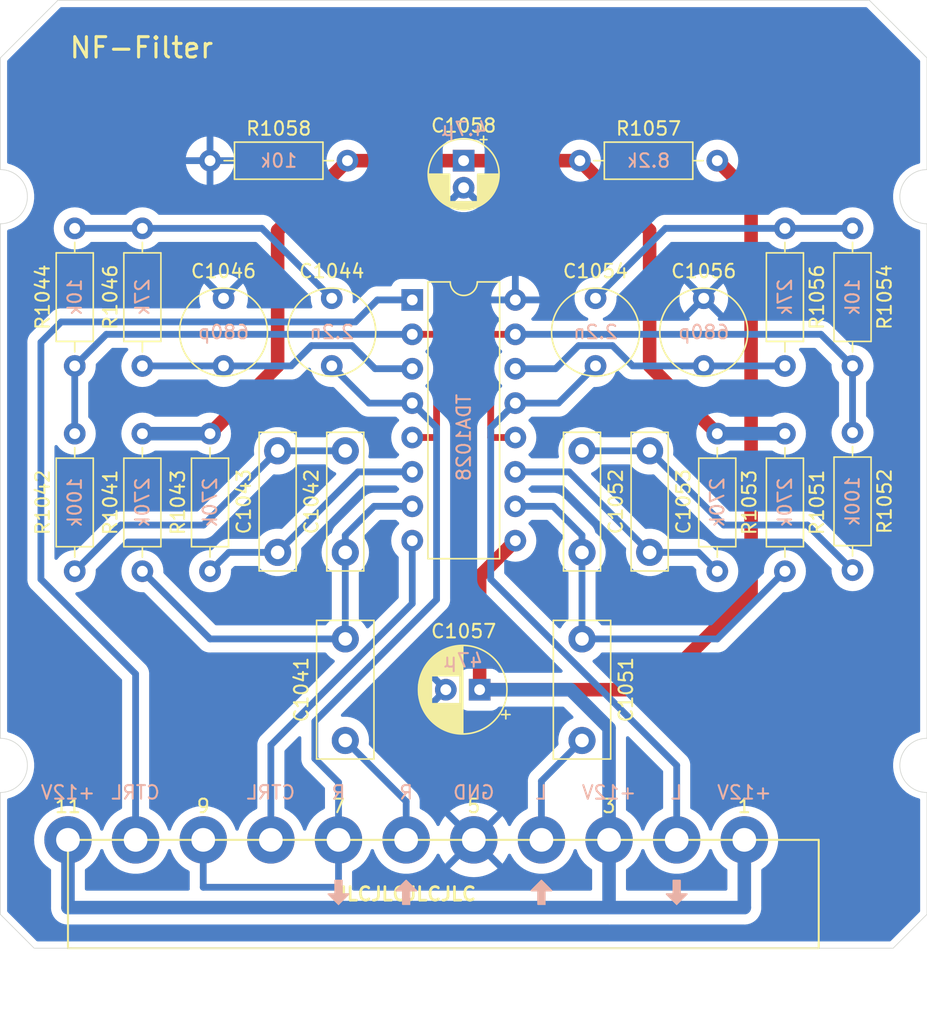
<source format=kicad_pcb>
(kicad_pcb (version 20221018) (generator pcbnew)
  (layers (0 "F.Cu" signal) (31 "B.Cu" signal) (34 "B.Paste" user) (35 "F.Paste" user) (36 "B.SilkS" user "B.Silkscreen") (37 "F.SilkS" user "F.Silkscreen") (38 "B.Mask" user) (39 "F.Mask" user) (44 "Edge.Cuts" user))
  (net 0 "")
  (net 1 "+12V")
  (net 2 "L-OUT")
  (net 3 "L-IN")
  (net 4 "GND")
  (net 5 "R-IN")
  (net 6 "R-OUT")
  (net 7 "SW-III{slash}IV")
  (net 8 "SW-I{slash}II")
  (net 9 "I-2")
  (net 10 "II-2")
  (net 11 "II-1")
  (net 12 "I-1")
  (net 13 "III-2")
  (net 14 "III-1")
  (net 15 "IV-1")
  (net 16 "IV-2")
  (net 17 "Net-(C1042-Pad1)")
  (net 18 "Net-(C1044-Pad2)")
  (net 19 "Net-(C1052-Pad1)")
  (net 20 "Net-(C1054-Pad2)")
  (net 21 "Net-(C1058-Pad1)")
  (footprint "NF-Filter-Modul:Connector_01x11_5mm" (layer "F.Cu") (at 80.75 87)
    (fp_text reference "J1" hide)
    (fp_text value "Conn_01x13")
    (fp_text user "7" (at -30 -2.5) (layer "F.SilkS"))
    (fp_text user "1" (at 0 -2.5) (layer "F.SilkS"))
    (fp_text user "11" (at -50 -2.5) (layer "F.SilkS"))
    (pad "1" thru_hole circle (at 0 0 180) (size 3.5 3.5) (drill 1.75) (layers "B.Cu" "B.Mask") (net 1 "+12V"))
    (pad "2" thru_hole circle (at -5 0 180) (size 3.5 3.5) (drill 1.75) (layers "B.Cu" "B.Mask") (net 2 "L-OUT"))
    (pad "3" thru_hole circle (at -10 0 180) (size 3.5 3.5) (drill 1.75) (layers "B.Cu" "B.Mask") (net 1 "+12V"))
    (pad "4" thru_hole circle (at -15 0 180) (size 3.5 3.5) (drill 1.75) (layers "B.Cu" "B.Mask") (net 3 "L-IN"))
    (pad "5" thru_hole circle (at -20 0 180) (size 3.5 3.5) (drill 1.75) (layers "B.Cu" "B.Mask") (net 4 "GND"))
    (pad "6" thru_hole circle (at -25 0 180) (size 3.5 3.5) (drill 1.75) (layers "B.Cu" "B.Mask") (net 5 "R-IN"))
    (pad "7" thru_hole circle (at -30 0 180) (size 3.5 3.5) (drill 1.75) (layers "B.Cu" "B.Mask") (net 6 "R-OUT"))
    (pad "8" thru_hole circle (at -35 0 180) (size 3.5 3.5) (drill 1.75) (layers "B.Cu" "B.Mask") (net 7 "SW-III{slash}IV"))
    (pad "9" thru_hole circle (at -40 0 180) (size 3.5 3.5) (drill 1.75) (layers "B.Cu" "B.Mask") (net 6 "R-OUT"))
    (pad "10" thru_hole circle (at -45 0 180) (size 3.5 3.5) (drill 1.75) (layers "B.Cu" "B.Mask") (net 8 "SW-I{slash}II"))
    (pad "11" thru_hole circle (at -50 0 180) (size 3.5 3.5) (drill 1.75) (layers "B.Cu" "B.Mask") (net 1 "+12V"))
  )
  (footprint "NF-Filter-Modul:C_RAD_6.5mm_5mm" (layer "F.Cu") (at 42.25 49.5 90)
    (fp_text reference "C1046" (at 4.5 0 unlocked) (layer "F.SilkS"))
    (fp_text value "680p" (at 0 0 unlocked) (layer "B.SilkS") (effects (justify mirror)))
    (pad "1" thru_hole circle (at -2.5 0 90) (size 1.6 1.6) (drill 0.8) (layers "*.Cu" "*.Mask") (net 9 "I-2"))
    (pad "2" thru_hole circle (at 2.5 0 90) (size 1.6 1.6) (drill 0.8) (layers "*.Cu" "*.Mask") (net 4 "GND"))
  )
  (footprint "Capacitor_THT:C_Rect_L10.0mm_W2.5mm_P7.50mm_MKS4" (layer "F.Cu") (at 46.25 65.77 90)
    (fp_text reference "C1043" (at 3.75 -2.5 90) (layer "F.SilkS"))
    (fp_text value "15n")
    (pad "1" thru_hole circle (at 0 0 90) (size 2 2) (drill 1) (layers "*.Cu" "*.Mask") (net 13 "III-2"))
    (pad "2" thru_hole circle (at 7.5 0 90) (size 2 2) (drill 1) (layers "*.Cu" "*.Mask") (net 17 "Net-(C1042-Pad1)"))
  )
  (footprint "NF-Filter-Modul:C_RAD_6.5mm_5mm" (layer "F.Cu") (at 69.75 49.5 90)
    (fp_text reference "C1054" (at 4.5 0 unlocked) (layer "F.SilkS"))
    (fp_text value "2.2n" (at 0 0 unlocked) (layer "B.SilkS") (effects (justify mirror)))
    (pad "1" thru_hole circle (at -2.5 0 90) (size 1.6 1.6) (drill 0.8) (layers "*.Cu" "*.Mask") (net 2 "L-OUT"))
    (pad "2" thru_hole circle (at 2.5 0 90) (size 1.6 1.6) (drill 0.8) (layers "*.Cu" "*.Mask") (net 20 "Net-(C1054-Pad2)"))
  )
  (footprint "Capacitor_THT:C_Rect_L10.0mm_W2.5mm_P7.50mm_MKS4" (layer "F.Cu") (at 51.25 58.27 -90)
    (fp_text reference "C1042" (at 3.75 2.5 -90) (layer "F.SilkS"))
    (fp_text value "15n")
    (pad "1" thru_hole circle (at 0 0 270) (size 2 2) (drill 1) (layers "*.Cu" "*.Mask") (net 17 "Net-(C1042-Pad1)"))
    (pad "2" thru_hole circle (at 7.5 0 270) (size 2 2) (drill 1) (layers "*.Cu" "*.Mask") (net 14 "III-1"))
  )
  (footprint "Capacitor_THT:CP_Radial_D6.3mm_P2.50mm" (layer "F.Cu") (at 61.18238 75.91 180)
    (fp_text reference "C1057" (at 1.18238 4.31762) (layer "F.SilkS"))
    (fp_text value "47µ" (at 1.25 2.16) (layer "B.SilkS") (effects (justify mirror)))
    (pad "1" thru_hole rect (at 0 0 180) (size 1.6 1.6) (drill 0.8) (layers "*.Cu" "*.Mask") (net 1 "+12V"))
    (pad "2" thru_hole circle (at 2.5 0 180) (size 1.6 1.6) (drill 0.8) (layers "*.Cu" "*.Mask") (net 4 "GND"))
  )
  (footprint "Resistor_THT:R_Axial_DIN0207_L6.3mm_D2.5mm_P10.16mm_Horizontal" (layer "F.Cu") (at 83.75 41.84 -90)
    (fp_text reference "R1056" (at 5.08 -2.37 90) (layer "F.SilkS"))
    (fp_text value "27k" (at 5.08 0 90) (layer "B.SilkS") (effects (justify mirror)))
    (pad "1" thru_hole circle (at 0 0 270) (size 1.6 1.6) (drill 0.8) (layers "*.Cu" "*.Mask") (net 20 "Net-(C1054-Pad2)"))
    (pad "2" thru_hole oval (at 10.16 0 270) (size 1.6 1.6) (drill 0.8) (layers "*.Cu" "*.Mask") (net 10 "II-2"))
  )
  (footprint "Resistor_THT:R_Axial_DIN0207_L6.3mm_D2.5mm_P10.16mm_Horizontal" (layer "F.Cu") (at 78.75 36.84 180)
    (fp_text reference "R1057" (at 5.08 2.37) (layer "F.SilkS"))
    (fp_text value "8.2k" (at 5.08 0) (layer "B.SilkS") (effects (justify mirror)))
    (pad "1" thru_hole circle (at 0 0 180) (size 1.6 1.6) (drill 0.8) (layers "*.Cu" "*.Mask") (net 1 "+12V"))
    (pad "2" thru_hole oval (at 10.16 0 180) (size 1.6 1.6) (drill 0.8) (layers "*.Cu" "*.Mask") (net 21 "Net-(C1058-Pad1)"))
  )
  (footprint "NF-Filter-Modul:C_RAD_6.5mm_5mm" (layer "F.Cu") (at 50.25 49.5 90)
    (fp_text reference "C1044" (at 4.5 0 unlocked) (layer "F.SilkS"))
    (fp_text value "2.2n" (at 0 0 unlocked) (layer "B.SilkS") (effects (justify mirror)))
    (pad "1" thru_hole circle (at -2.5 0 90) (size 1.6 1.6) (drill 0.8) (layers "*.Cu" "*.Mask") (net 6 "R-OUT"))
    (pad "2" thru_hole circle (at 2.5 0 90) (size 1.6 1.6) (drill 0.8) (layers "*.Cu" "*.Mask") (net 18 "Net-(C1044-Pad2)"))
  )
  (footprint "Resistor_THT:R_Axial_DIN0207_L6.3mm_D2.5mm_P10.16mm_Horizontal" (layer "F.Cu") (at 78.75 57 -90)
    (fp_text reference "R1053" (at 5.08 -2.37 90) (layer "F.SilkS"))
    (fp_text value "270k" (at 5.08 0 90) (layer "B.SilkS") (effects (justify mirror)))
    (pad "1" thru_hole circle (at 0 0 270) (size 1.6 1.6) (drill 0.8) (layers "*.Cu" "*.Mask") (net 21 "Net-(C1058-Pad1)"))
    (pad "2" thru_hole oval (at 10.16 0 270) (size 1.6 1.6) (drill 0.8) (layers "*.Cu" "*.Mask") (net 16 "IV-2"))
  )
  (footprint "NF-Filter-Modul:C_RAD_6.5mm_5mm" (layer "F.Cu") (at 77.75 49.5 90)
    (fp_text reference "C1056" (at 4.5 0 unlocked) (layer "F.SilkS"))
    (fp_text value "680p" (at 0 0 unlocked) (layer "B.SilkS") (effects (justify mirror)))
    (pad "1" thru_hole circle (at -2.5 0 90) (size 1.6 1.6) (drill 0.8) (layers "*.Cu" "*.Mask") (net 10 "II-2"))
    (pad "2" thru_hole circle (at 2.5 0 90) (size 1.6 1.6) (drill 0.8) (layers "*.Cu" "*.Mask") (net 4 "GND"))
  )
  (footprint "Resistor_THT:R_Axial_DIN0207_L6.3mm_D2.5mm_P10.16mm_Horizontal" (layer "F.Cu") (at 31.25 52 90)
    (fp_text reference "R1044" (at 5.08 -2.37 90) (layer "F.SilkS"))
    (fp_text value "10k" (at 5.08 0 90) (layer "B.SilkS") (effects (justify mirror)))
    (pad "1" thru_hole circle (at 0 0 90) (size 1.6 1.6) (drill 0.8) (layers "*.Cu" "*.Mask") (net 12 "I-1"))
    (pad "2" thru_hole oval (at 10.16 0 90) (size 1.6 1.6) (drill 0.8) (layers "*.Cu" "*.Mask") (net 18 "Net-(C1044-Pad2)"))
  )
  (footprint "Resistor_THT:R_Axial_DIN0207_L6.3mm_D2.5mm_P10.16mm_Horizontal" (layer "F.Cu") (at 51.41 36.84 180)
    (fp_text reference "R1058" (at 5.08 2.37) (layer "F.SilkS"))
    (fp_text value "10k" (at 5.08 0) (layer "B.SilkS") (effects (justify mirror)))
    (pad "1" thru_hole circle (at 0 0 180) (size 1.6 1.6) (drill 0.8) (layers "*.Cu" "*.Mask") (net 21 "Net-(C1058-Pad1)"))
    (pad "2" thru_hole oval (at 10.16 0 180) (size 1.6 1.6) (drill 0.8) (layers "*.Cu" "*.Mask") (net 4 "GND"))
  )
  (footprint "Capacitor_THT:C_Rect_L10.0mm_W2.5mm_P7.50mm_MKS4" (layer "F.Cu") (at 73.75 65.77 90)
    (fp_text reference "C1053" (at 3.75 2.5 90) (layer "F.SilkS"))
    (fp_text value "15n")
    (pad "1" thru_hole circle (at 0 0 90) (size 2 2) (drill 1) (layers "*.Cu" "*.Mask") (net 16 "IV-2"))
    (pad "2" thru_hole circle (at 7.5 0 90) (size 2 2) (drill 1) (layers "*.Cu" "*.Mask") (net 19 "Net-(C1052-Pad1)"))
  )
  (footprint "Package_DIP:DIP-16_W7.62mm" (layer "F.Cu") (at 56.2 47.125)
    (fp_text reference "U1041" hide)
    (fp_text value "TDA1028" (at 3.81 10.16 90) (layer "B.SilkS") (effects (justify mirror)))
    (pad "1" thru_hole rect (at 0 0) (size 1.6 1.6) (drill 0.8) (layers "*.Cu" "*.Mask") (net 8 "SW-I{slash}II"))
    (pad "2" thru_hole oval (at 0 2.54) (size 1.6 1.6) (drill 0.8) (layers "*.Cu" "*.Mask") (net 12 "I-1"))
    (pad "3" thru_hole oval (at 0 5.08) (size 1.6 1.6) (drill 0.8) (layers "*.Cu" "*.Mask") (net 9 "I-2"))
    (pad "4" thru_hole oval (at 0 7.62) (size 1.6 1.6) (drill 0.8) (layers "*.Cu" "*.Mask") (net 6 "R-OUT"))
    (pad "5" thru_hole oval (at 0 10.16) (size 1.6 1.6) (drill 0.8) (layers "*.Cu" "*.Mask") (net 12 "I-1"))
    (pad "6" thru_hole oval (at 0 12.7) (size 1.6 1.6) (drill 0.8) (layers "*.Cu" "*.Mask") (net 13 "III-2"))
    (pad "7" thru_hole oval (at 0 15.24) (size 1.6 1.6) (drill 0.8) (layers "*.Cu" "*.Mask") (net 14 "III-1"))
    (pad "8" thru_hole oval (at 0 17.78) (size 1.6 1.6) (drill 0.8) (layers "*.Cu" "*.Mask") (net 7 "SW-III{slash}IV"))
    (pad "9" thru_hole oval (at 7.62 17.78) (size 1.6 1.6) (drill 0.8) (layers "*.Cu" "*.Mask") (net 1 "+12V"))
    (pad "10" thru_hole oval (at 7.62 15.24) (size 1.6 1.6) (drill 0.8) (layers "*.Cu" "*.Mask") (net 15 "IV-1"))
    (pad "11" thru_hole oval (at 7.62 12.7) (size 1.6 1.6) (drill 0.8) (layers "*.Cu" "*.Mask") (net 16 "IV-2"))
    (pad "12" thru_hole oval (at 7.62 10.16) (size 1.6 1.6) (drill 0.8) (layers "*.Cu" "*.Mask") (net 11 "II-1"))
    (pad "13" thru_hole oval (at 7.62 7.62) (size 1.6 1.6) (drill 0.8) (layers "*.Cu" "*.Mask") (net 2 "L-OUT"))
    (pad "14" thru_hole oval (at 7.62 5.08) (size 1.6 1.6) (drill 0.8) (layers "*.Cu" "*.Mask") (net 10 "II-2"))
    (pad "15" thru_hole oval (at 7.62 2.54) (size 1.6 1.6) (drill 0.8) (layers "*.Cu" "*.Mask") (net 11 "II-1"))
    (pad "16" thru_hole oval (at 7.62 0) (size 1.6 1.6) (drill 0.8) (layers "*.Cu" "*.Mask") (net 4 "GND"))
  )
  (footprint "Capacitor_THT:C_Rect_L10.0mm_W2.5mm_P7.50mm_MKS4" (layer "F.Cu") (at 68.75 58.27 -90)
    (fp_text reference "C1052" (at 3.75 -2.5 -90) (layer "F.SilkS"))
    (fp_text value "15n")
    (pad "1" thru_hole circle (at 0 0 270) (size 2 2) (drill 1) (layers "*.Cu" "*.Mask") (net 19 "Net-(C1052-Pad1)"))
    (pad "2" thru_hole circle (at 7.5 0 270) (size 2 2) (drill 1) (layers "*.Cu" "*.Mask") (net 15 "IV-1"))
  )
  (footprint "Resistor_THT:R_Axial_DIN0207_L6.3mm_D2.5mm_P10.16mm_Horizontal" (layer "F.Cu") (at 41.25 57 -90)
    (fp_text reference "R1043" (at 5.08 2.37 90) (layer "F.SilkS"))
    (fp_text value "270k" (at 5.08 0 90) (layer "B.SilkS") (effects (justify mirror)))
    (pad "1" thru_hole circle (at 0 0 270) (size 1.6 1.6) (drill 0.8) (layers "*.Cu" "*.Mask") (net 21 "Net-(C1058-Pad1)"))
    (pad "2" thru_hole oval (at 10.16 0 270) (size 1.6 1.6) (drill 0.8) (layers "*.Cu" "*.Mask") (net 13 "III-2"))
  )
  (footprint "Capacitor_THT:C_Rect_L10.0mm_W4.0mm_P7.50mm_MKS4" (layer "F.Cu") (at 68.75 72.16 -90)
    (fp_text reference "C1051" (at 3.75 -3.25 -90) (layer "F.SilkS"))
    (fp_text value "470n")
    (pad "1" thru_hole circle (at 0 0 270) (size 2 2) (drill 1) (layers "*.Cu" "*.Mask") (net 15 "IV-1"))
    (pad "2" thru_hole circle (at 7.5 0 270) (size 2 2) (drill 1) (layers "*.Cu" "*.Mask") (net 3 "L-IN"))
  )
  (footprint "Resistor_THT:R_Axial_DIN0207_L6.3mm_D2.5mm_P10.16mm_Horizontal" (layer "F.Cu") (at 83.75 57 -90)
    (fp_text reference "R1051" (at 5.08 -2.37 90) (layer "F.SilkS"))
    (fp_text value "270k" (at 5.08 0 90) (layer "B.SilkS") (effects (justify mirror)))
    (pad "1" thru_hole circle (at 0 0 270) (size 1.6 1.6) (drill 0.8) (layers "*.Cu" "*.Mask") (net 21 "Net-(C1058-Pad1)"))
    (pad "2" thru_hole oval (at 10.16 0 270) (size 1.6 1.6) (drill 0.8) (layers "*.Cu" "*.Mask") (net 15 "IV-1"))
  )
  (footprint "Capacitor_THT:C_Rect_L10.0mm_W4.0mm_P7.50mm_MKS4" (layer "F.Cu") (at 51.25 72.16 -90)
    (fp_text reference "C1041" (at 3.75 3.25 -90) (layer "F.SilkS"))
    (fp_text value "470n")
    (pad "1" thru_hole circle (at 0 0 270) (size 2 2) (drill 1) (layers "*.Cu" "*.Mask") (net 14 "III-1"))
    (pad "2" thru_hole circle (at 7.5 0 270) (size 2 2) (drill 1) (layers "*.Cu" "*.Mask") (net 5 "R-IN"))
  )
  (footprint "Resistor_THT:R_Axial_DIN0207_L6.3mm_D2.5mm_P10.16mm_Horizontal" (layer "F.Cu") (at 31.25 57 -90)
    (fp_text reference "R1042" (at 5.08 2.37 90) (layer "F.SilkS"))
    (fp_text value "100k" (at 5.08 0 90) (layer "B.SilkS") (effects (justify mirror)))
    (pad "1" thru_hole circle (at 0 0 270) (size 1.6 1.6) (drill 0.8) (layers "*.Cu" "*.Mask") (net 12 "I-1"))
    (pad "2" thru_hole oval (at 10.16 0 270) (size 1.6 1.6) (drill 0.8) (layers "*.Cu" "*.Mask") (net 17 "Net-(C1042-Pad1)"))
  )
  (footprint "Resistor_THT:R_Axial_DIN0207_L6.3mm_D2.5mm_P10.16mm_Horizontal" (layer "F.Cu") (at 36.25 41.84 -90)
    (fp_text reference "R1046" (at 5.08 2.37 90) (layer "F.SilkS"))
    (fp_text value "27k" (at 5.08 0 90) (layer "B.SilkS") (effects (justify mirror)))
    (pad "1" thru_hole circle (at 0 0 270) (size 1.6 1.6) (drill 0.8) (layers "*.Cu" "*.Mask") (net 18 "Net-(C1044-Pad2)"))
    (pad "2" thru_hole oval (at 10.16 0 270) (size 1.6 1.6) (drill 0.8) (layers "*.Cu" "*.Mask") (net 9 "I-2"))
  )
  (footprint "Resistor_THT:R_Axial_DIN0207_L6.3mm_D2.5mm_P10.16mm_Horizontal" (layer "F.Cu") (at 88.75 56.92 -90)
    (fp_text reference "R1052" (at 5.08 -2.37 90) (layer "F.SilkS"))
    (fp_text value "100k" (at 5.08 0 90) (layer "B.SilkS") (effects (justify mirror)))
    (pad "1" thru_hole circle (at 0 0 270) (size 1.6 1.6) (drill 0.8) (layers "*.Cu" "*.Mask") (net 11 "II-1"))
    (pad "2" thru_hole oval (at 10.16 0 270) (size 1.6 1.6) (drill 0.8) (layers "*.Cu" "*.Mask") (net 19 "Net-(C1052-Pad1)"))
  )
  (footprint "Resistor_THT:R_Axial_DIN0207_L6.3mm_D2.5mm_P10.16mm_Horizontal" (layer "F.Cu") (at 36.25 57 -90)
    (fp_text reference "R1041" (at 5.08 2.37 -270) (layer "F.SilkS"))
    (fp_text value "270k" (at 5.08 0 -270) (layer "B.SilkS") (effects (justify mirror)))
    (pad "1" thru_hole circle (at 0 0 270) (size 1.6 1.6) (drill 0.8) (layers "*.Cu" "*.Mask") (net 21 "Net-(C1058-Pad1)"))
    (pad "2" thru_hole oval (at 10.16 0 270) (size 1.6 1.6) (drill 0.8) (layers "*.Cu" "*.Mask") (net 14 "III-1"))
  )
  (footprint "Resistor_THT:R_Axial_DIN0207_L6.3mm_D2.5mm_P10.16mm_Horizontal" (layer "F.Cu") (at 88.75 52 90)
    (fp_text reference "R1054" (at 5.08 2.37 90) (layer "F.SilkS"))
    (fp_text value "10k" (at 5.08 0 90) (layer "B.SilkS") (effects (justify mirror)))
    (pad "1" thru_hole circle (at 0 0 90) (size 1.6 1.6) (drill 0.8) (layers "*.Cu" "*.Mask") (net 11 "II-1"))
    (pad "2" thru_hole oval (at 10.16 0 90) (size 1.6 1.6) (drill 0.8) (layers "*.Cu" "*.Mask") (net 20 "Net-(C1054-Pad2)"))
  )
  (footprint "Capacitor_THT:CP_Radial_D5.0mm_P2.00mm" (layer "F.Cu") (at 60 36.84 -90)
    (fp_text reference "C1058" (at -2.59 0) (layer "F.SilkS"))
    (fp_text value "4.7µ" (at -2.34 0 -180) (layer "B.SilkS") (effects (justify mirror)))
    (pad "1" thru_hole rect (at 0 0 270) (size 1.6 1.6) (drill 0.8) (layers "*.Cu" "*.Mask") (net 21 "Net-(C1058-Pad1)"))
    (pad "2" thru_hole circle (at 2 0 270) (size 1.6 1.6) (drill 0.8) (layers "*.Cu" "*.Mask") (net 4 "GND"))
  )
  (gr_poly (pts (xy 51 90) (xy 50.5 90) (xy 50.5 91) (xy 51 91)) (stroke (width 0.12)) (fill solid) (layer "B.SilkS"))
  (gr_poly (pts (xy 56.5 90.75) (xy 55.75 90) (xy 55 90.75)) (stroke (width 0.12)) (fill solid) (layer "B.SilkS"))
  (gr_poly (pts (xy 66.5 90.75) (xy 65.75 90) (xy 65 90.75)) (stroke (width 0.12)) (fill solid) (layer "B.SilkS"))
  (gr_poly (pts (xy 75 91) (xy 75.75 91.75) (xy 76.5 91)) (stroke (width 0.12)) (fill solid) (layer "B.SilkS"))
  (gr_poly (pts (xy 65.5 91.75) (xy 66 91.75) (xy 66 90.75) (xy 65.5 90.75)) (stroke (width 0.12)) (fill solid) (layer "B.SilkS"))
  (gr_poly (pts (xy 50 91) (xy 50.75 91.75) (xy 51.5 91)) (stroke (width 0.12)) (fill solid) (layer "B.SilkS"))
  (gr_poly (pts (xy 76 90) (xy 75.5 90) (xy 75.5 91) (xy 76 91)) (stroke (width 0.12)) (fill solid) (layer "B.SilkS"))
  (gr_poly (pts (xy 55.5 91.75) (xy 56 91.75) (xy 56 90.75) (xy 55.5 90.75)) (stroke (width 0.12)) (fill solid) (layer "B.SilkS"))
  (gr_line (start 25.75 79.5) (end 25.75 41.5) (stroke (width 0.05)) (layer "Edge.Cuts"))
  (gr_line (start 25.75 29.25) (end 30 25) (stroke (width 0.05)) (layer "Edge.Cuts"))
  (gr_line (start 90 25) (end 94.25 29.25) (stroke (width 0.05)) (layer "Edge.Cuts"))
  (gr_line (start 91.75 95) (end 94.25 92.5) (stroke (width 0.05)) (layer "Edge.Cuts"))
  (gr_line (start 25.75 92.5) (end 28.25 95) (stroke (width 0.05)) (layer "Edge.Cuts"))
  (gr_arc (start 25.75 79.5) (mid 27.75 81.5) (end 25.75 83.5) (stroke (width 0.05)) (layer "Edge.Cuts"))
  (gr_arc (start 25.75 37.5) (mid 27.75 39.5) (end 25.75 41.5) (stroke (width 0.05)) (layer "Edge.Cuts"))
  (gr_arc (start 94.25 41.5) (mid 92.25 39.5) (end 94.25 37.5) (stroke (width 0.05)) (layer "Edge.Cuts"))
  (gr_line (start 91.75 95) (end 28.25 95) (stroke (width 0.05)) (layer "Edge.Cuts"))
  (gr_line (start 94.25 29.25) (end 94.25 37.5) (stroke (width 0.05)) (layer "Edge.Cuts"))
  (gr_line (start 25.75 29.25) (end 25.75 37.5) (stroke (width 0.05)) (layer "Edge.Cuts"))
  (gr_line (start 25.75 92.5) (end 25.75 83.5) (stroke (width 0.05)) (layer "Edge.Cuts"))
  (gr_line (start 30 25) (end 90 25) (stroke (width 0.05)) (layer "Edge.Cuts"))
  (gr_arc (start 94.25 83.5) (mid 92.25 81.5) (end 94.25 79.5) (stroke (width 0.05)) (layer "Edge.Cuts"))
  (gr_line (start 94.25 41.5) (end 94.25 79.5) (stroke (width 0.05)) (layer "Edge.Cuts"))
  (gr_line (start 94.25 92.5) (end 94.25 83.5) (stroke (width 0.05)) (layer "Edge.Cuts"))
  (gr_text "GND" (at 60.75 83.5) (layer "B.SilkS") (effects (font (size 1 1)) (justify mirror)))
  (gr_text "R" (at 50.75 83.5) (layer "B.SilkS") (effects (font (size 1 1)) (justify mirror)))
  (gr_text "+12V" (at 30.75 83.5) (layer "B.SilkS") (effects (font (size 1 1)) (justify mirror)))
  (gr_text "R" (at 55.75 83.5) (layer "B.SilkS") (effects (font (size 1 1)) (justify mirror)))
  (gr_text "L" (at 65.75 83.5) (layer "B.SilkS") (effects (font (size 1 1)) (justify mirror)))
  (gr_text "L" (at 75.75 83.5) (layer "B.SilkS") (effects (font (size 1 1)) (justify mirror)))
  (gr_text "+12V" (at 80.75 83.5) (layer "B.SilkS") (effects (font (size 1 1)) (justify mirror)))
  (gr_text "+12V" (at 70.75 83.5) (layer "B.SilkS") (effects (font (size 1 1)) (justify mirror)))
  (gr_text "CTRL" (at 35.75 83.5) (layer "B.SilkS") (effects (font (size 1 1)) (justify mirror)))
  (gr_text "CTRL" (at 45.75 83.5) (layer "B.SilkS") (effects (font (size 1 1)) (justify mirror)))
  (gr_text "5" (at 60.75 84.5) (layer "F.SilkS") (effects (font (size 1 1))))
  (gr_text "9" (at 40.75 84.5) (layer "F.SilkS") (effects (font (size 1 1))))
  (gr_text "3" (at 70.75 84.5) (layer "F.SilkS") (effects (font (size 1 1))))
  (gr_text "NF-Filter" (at 30.75 28.5) (layer "F.SilkS") (effects (font (size 1.5 1.5) (thickness 0.225)) (justify left)))
  (gr_text "JLCJLCJLCJLC" (at 55.75 91) (layer "F.SilkS") (effects (font (size 1 1) (thickness 0.2))))
  (segment (start 61.18238 67.54262) (end 63.82 64.905) (width 1) (layer "F.Cu") (net 1))
  (segment (start 61.18238 75.91) (end 74.09 75.91) (width 1) (layer "F.Cu") (net 1))
  (segment (start 61.18238 67.54262) (end 61.18238 75.91) (width 1) (layer "F.Cu") (net 1))
  (segment (start 81.25 68.75) (end 81.25 39.34) (width 1) (layer "F.Cu") (net 1))
  (segment (start 81.25 39.34) (end 78.75 36.84) (width 1) (layer "F.Cu") (net 1))
  (segment (start 74.09 75.91) (end 81.25 68.75) (width 1) (layer "F.Cu") (net 1))
  (segment (start 80.75 87) (end 80.75 92) (width 1) (layer "B.Cu") (net 1))
  (segment (start 70.75 78.75) (end 67.91 75.91) (width 1) (layer "B.Cu") (net 1))
  (segment (start 70.75 87) (end 70.75 78.75) (width 1) (layer "B.Cu") (net 1))
  (segment (start 30.75 92) (end 30.75 87) (width 1) (layer "B.Cu") (net 1))
  (segment (start 80.75 92) (end 70.75 92) (width 1) (layer "B.Cu") (net 1))
  (segment (start 70.75 92) (end 30.75 92) (width 1) (layer "B.Cu") (net 1))
  (segment (start 67.91 75.91) (end 61.18238 75.91) (width 1) (layer "B.Cu") (net 1))
  (segment (start 70.75 87) (end 70.75 92) (width 1) (layer "B.Cu") (net 1))
  (segment (start 63.82 54.745) (end 67.005 54.745) (width 0.5) (layer "B.Cu") (net 2))
  (segment (start 75.75 81.5) (end 75.75 87) (width 0.5) (layer "B.Cu") (net 2))
  (segment (start 67.005 54.745) (end 69.75 52) (width 0.5) (layer "B.Cu") (net 2))
  (segment (start 63.82 54.745) (end 62 56.565) (width 0.5) (layer "B.Cu") (net 2))
  (segment (start 62 67.75) (end 75.75 81.5) (width 0.5) (layer "B.Cu") (net 2))
  (segment (start 62 56.565) (end 62 67.75) (width 0.5) (layer "B.Cu") (net 2))
  (segment (start 65.75 82.66) (end 68.75 79.66) (width 0.5) (layer "B.Cu") (net 3))
  (segment (start 65.75 87) (end 65.75 82.66) (width 0.5) (layer "B.Cu") (net 3))
  (segment (start 55.75 87) (end 55.75 84.16) (width 0.5) (layer "B.Cu") (net 5))
  (segment (start 55.75 84.16) (end 51.25 79.66) (width 0.5) (layer "B.Cu") (net 5))
  (segment (start 58 56.545) (end 56.2 54.745) (width 0.5) (layer "B.Cu") (net 6))
  (segment (start 58 69.25) (end 58 56.545) (width 0.5) (layer "B.Cu") (net 6))
  (segment (start 50.75 87) (end 50.75 90.5) (width 0.5) (layer "B.Cu") (net 6))
  (segment (start 52.995 54.745) (end 50.25 52) (width 0.5) (layer "B.Cu") (net 6))
  (segment (start 49 78.25) (end 58 69.25) (width 0.5) (layer "B.Cu") (net 6))
  (segment (start 40.75 90.5) (end 40.75 87) (width 0.5) (layer "B.Cu") (net 6))
  (segment (start 49 81) (end 49 78.25) (width 0.5) (layer "B.Cu") (net 6))
  (segment (start 50.75 87) (end 50.75 82.75) (width 0.5) (layer "B.Cu") (net 6))
  (segment (start 50.75 90.5) (end 40.75 90.5) (width 0.5) (layer "B.Cu") (net 6))
  (segment (start 50.75 82.75) (end 49 81) (width 0.5) (layer "B.Cu") (net 6))
  (segment (start 56.2 54.745) (end 52.995 54.745) (width 0.5) (layer "B.Cu") (net 6))
  (segment (start 45.75 80) (end 45.75 87) (width 0.5) (layer "B.Cu") (net 7))
  (segment (start 56.2 64.905) (end 56.2 69.55) (width 0.5) (layer "B.Cu") (net 7))
  (segment (start 56.2 69.55) (end 45.75 80) (width 0.5) (layer "B.Cu") (net 7))
  (segment (start 53.625 47.125) (end 52 48.75) (width 0.5) (layer "B.Cu") (net 8))
  (segment (start 35.75 74.75) (end 35.75 87) (width 0.5) (layer "B.Cu") (net 8))
  (segment (start 30.25 48.75) (end 28.75 50.25) (width 0.5) (layer "B.Cu") (net 8))
  (segment (start 28.75 50.25) (end 28.75 67.75) (width 0.5) (layer "B.Cu") (net 8))
  (segment (start 52 48.75) (end 30.25 48.75) (width 0.5) (layer "B.Cu") (net 8))
  (segment (start 56.2 47.125) (end 53.625 47.125) (width 0.5) (layer "B.Cu") (net 8))
  (segment (start 28.75 67.75) (end 35.75 74.75) (width 0.5) (layer "B.Cu") (net 8))
  (segment (start 42.25 52) (end 36.25 52) (width 0.5) (layer "B.Cu") (net 9))
  (segment (start 51.75 50.5) (end 53.455 52.205) (width 0.5) (layer "B.Cu") (net 9))
  (segment (start 48.75 50.5) (end 51.75 50.5) (width 0.5) (layer "B.Cu") (net 9))
  (segment (start 47.25 52) (end 48.75 50.5) (width 0.5) (layer "B.Cu") (net 9))
  (segment (start 42.25 52) (end 47.25 52) (width 0.5) (layer "B.Cu") (net 9))
  (segment (start 53.455 52.205) (end 56.2 52.205) (width 0.5) (layer "B.Cu") (net 9))
  (segment (start 68.5 50.5) (end 66.795 52.205) (width 0.5) (layer "B.Cu") (net 10))
  (segment (start 77.75 52) (end 83.75 52) (width 0.5) (layer "B.Cu") (net 10))
  (segment (start 72.5 52) (end 71 50.5) (width 0.5) (layer "B.Cu") (net 10))
  (segment (start 77.75 52) (end 72.5 52) (width 0.5) (layer "B.Cu") (net 10))
  (segment (start 71 50.5) (end 68.5 50.5) (width 0.5) (layer "B.Cu") (net 10))
  (segment (start 66.795 52.205) (end 63.82 52.205) (width 0.5) (layer "B.Cu") (net 10))
  (segment (start 64.025 52) (end 63.82 52.205) (width 0.5) (layer "B.Cu") (net 10))
  (segment (start 63.82 49.665) (end 62 49.665) (width 0.5) (layer "F.Cu") (net 11))
  (segment (start 62 57.285) (end 62 49.665) (width 0.5) (layer "F.Cu") (net 11))
  (segment (start 63.82 57.285) (end 62 57.285) (width 0.5) (layer "F.Cu") (net 11))
  (segment (start 86.415 49.665) (end 88.75 52) (width 0.5) (layer "B.Cu") (net 11))
  (segment (start 88.75 52) (end 88.75 56.92) (width 0.5) (layer "B.Cu") (net 11))
  (segment (start 63.82 49.665) (end 86.415 49.665) (width 0.5) (layer "B.Cu") (net 11))
  (segment (start 56.2 49.665) (end 58 49.665) (width 0.5) (layer "F.Cu") (net 12))
  (segment (start 56.2 57.285) (end 58 57.285) (width 0.5) (layer "F.Cu") (net 12))
  (segment (start 58 49.665) (end 58 57.285) (width 0.5) (layer "F.Cu") (net 12))
  (segment (start 56.2 49.665) (end 33.585 49.665) (width 0.5) (layer "B.Cu") (net 12))
  (segment (start 33.585 49.665) (end 31.25 52) (width 0.5) (layer "B.Cu") (net 12))
  (segment (start 31.25 52) (end 31.25 57) (width 0.5) (layer "B.Cu") (net 12))
  (segment (start 42.64 65.77) (end 41.25 67.16) (width 0.5) (layer "B.Cu") (net 13))
  (segment (start 52.195 59.825) (end 46.25 65.77) (width 0.5) (layer "B.Cu") (net 13))
  (segment (start 46.25 65.77) (end 42.64 65.77) (width 0.5) (layer "B.Cu") (net 13))
  (segment (start 56.2 59.825) (end 52.195 59.825) (width 0.5) (layer "B.Cu") (net 13))
  (segment (start 41.25 72.16) (end 36.25 67.16) (width 0.5) (layer "B.Cu") (net 14))
  (segment (start 56.2 62.365) (end 53.385 62.365) (width 0.5) (layer "B.Cu") (net 14))
  (segment (start 53.385 62.365) (end 51.25 64.5) (width 0.5) (layer "B.Cu") (net 14))
  (segment (start 51.25 64.5) (end 51.25 72.16) (width 0.5) (layer "B.Cu") (net 14))
  (segment (start 51.25 72.16) (end 41.25 72.16) (width 0.5) (layer "B.Cu") (net 14))
  (segment (start 66.615 62.365) (end 68.75 64.5) (width 0.5) (layer "B.Cu") (net 15))
  (segment (start 78.75 72.16) (end 83.75 67.16) (width 0.5) (layer "B.Cu") (net 15))
  (segment (start 68.75 72.16) (end 78.75 72.16) (width 0.5) (layer "B.Cu") (net 15))
  (segment (start 68.75 64.5) (end 68.75 72.16) (width 0.5) (layer "B.Cu") (net 15))
  (segment (start 63.82 62.365) (end 66.615 62.365) (width 0.5) (layer "B.Cu") (net 15))
  (segment (start 67.805 59.825) (end 73.75 65.77) (width 0.5) (layer "B.Cu") (net 16))
  (segment (start 63.82 59.825) (end 67.805 59.825) (width 0.5) (layer "B.Cu") (net 16))
  (segment (start 77.36 65.77) (end 78.75 67.16) (width 0.5) (layer "B.Cu") (net 16))
  (segment (start 73.75 65.77) (end 77.36 65.77) (width 0.5) (layer "B.Cu") (net 16))
  (segment (start 31.25 67.16) (end 34.66 63.75) (width 0.5) (layer "B.Cu") (net 17))
  (segment (start 51.25 58.27) (end 46.25 58.27) (width 0.5) (layer "B.Cu") (net 17))
  (segment (start 40.77 63.75) (end 46.25 58.27) (width 0.5) (layer "B.Cu") (net 17))
  (segment (start 34.66 63.75) (end 40.77 63.75) (width 0.5) (layer "B.Cu") (net 17))
  (segment (start 36.25 41.84) (end 45.09 41.84) (width 0.5) (layer "B.Cu") (net 18))
  (segment (start 31.25 41.84) (end 36.25 41.84) (width 0.5) (layer "B.Cu") (net 18))
  (segment (start 45.09 41.84) (end 50.25 47) (width 0.5) (layer "B.Cu") (net 18))
  (segment (start 79.23 63.75) (end 85.42 63.75) (width 0.5) (layer "B.Cu") (net 19))
  (segment (start 68.75 58.27) (end 73.75 58.27) (width 0.5) (layer "B.Cu") (net 19))
  (segment (start 73.75 58.27) (end 79.23 63.75) (width 0.5) (layer "B.Cu") (net 19))
  (segment (start 85.42 63.75) (end 88.75 67.08) (width 0.5) (layer "B.Cu") (net 19))
  (segment (start 88.75 41.84) (end 83.75 41.84) (width 0.5) (layer "B.Cu") (net 20))
  (segment (start 74.91 41.84) (end 69.75 47) (width 0.5) (layer "B.Cu") (net 20))
  (segment (start 83.75 41.84) (end 74.91 41.84) (width 0.5) (layer "B.Cu") (net 20))
  (segment (start 73.75 52) (end 78.75 57) (width 1) (layer "F.Cu") (net 21))
  (segment (start 46.25 42) (end 46.25 52) (width 1) (layer "F.Cu") (net 21))
  (segment (start 68.59 36.84) (end 73.75 42) (width 1) (layer "F.Cu") (net 21))
  (segment (start 51.41 36.84) (end 68.59 36.84) (width 1) (layer "F.Cu") (net 21))
  (segment (start 73.75 42) (end 73.75 52) (width 1) (layer "F.Cu") (net 21))
  (segment (start 46.25 52) (end 41.25 57) (width 1) (layer "F.Cu") (net 21))
  (segment (start 51.41 36.84) (end 46.25 42) (width 1) (layer "F.Cu") (net 21))
  (segment (start 78.75 57) (end 83.75 57) (width 1) (layer "B.Cu") (net 21))
  (segment (start 36.25 57) (end 41.25 57) (width 1) (layer "B.Cu") (net 21))
  (zone (net 4) (net_name "GND") (layer "B.Cu") (connect_pads (clearance 0.75)) (min_thickness 0.25) (fill yes (thermal_gap 1) (thermal_bridge_width 0.5) (island_removal_mode 2) (island_area_min 10))
    (polygon (pts (xy 25.75 25) (xy 94.25 25) (xy 94.25 95) (xy 25.75 95)))
  )
)
</source>
